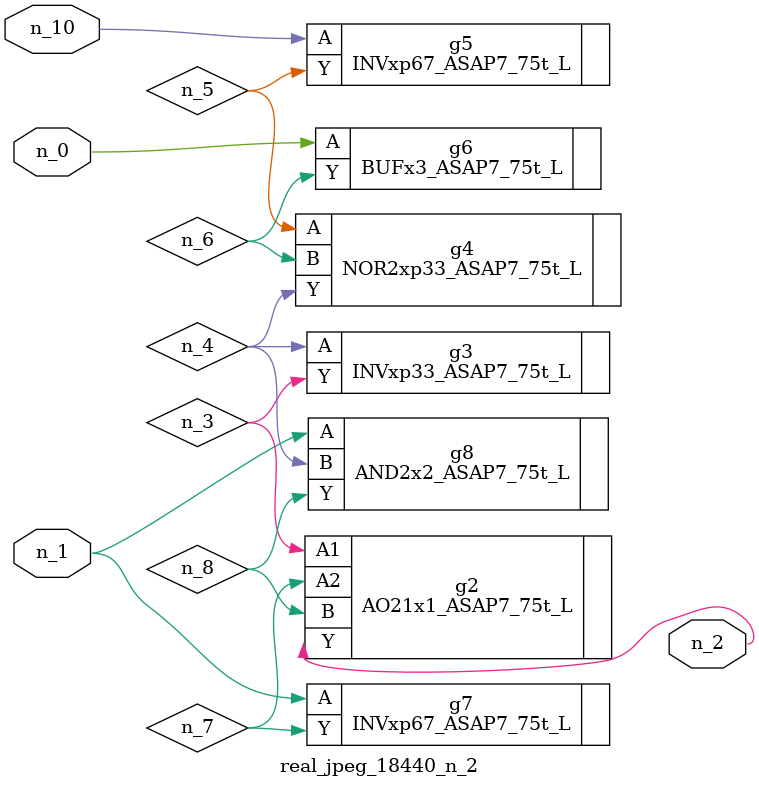
<source format=v>
module real_jpeg_18440_n_2 (n_1, n_10, n_0, n_2);

input n_1;
input n_10;
input n_0;

output n_2;

wire n_5;
wire n_4;
wire n_8;
wire n_6;
wire n_7;
wire n_3;

BUFx3_ASAP7_75t_L g6 ( 
.A(n_0),
.Y(n_6)
);

INVxp67_ASAP7_75t_L g7 ( 
.A(n_1),
.Y(n_7)
);

AND2x2_ASAP7_75t_L g8 ( 
.A(n_1),
.B(n_4),
.Y(n_8)
);

AO21x1_ASAP7_75t_L g2 ( 
.A1(n_3),
.A2(n_7),
.B(n_8),
.Y(n_2)
);

INVxp33_ASAP7_75t_L g3 ( 
.A(n_4),
.Y(n_3)
);

NOR2xp33_ASAP7_75t_L g4 ( 
.A(n_5),
.B(n_6),
.Y(n_4)
);

INVxp67_ASAP7_75t_L g5 ( 
.A(n_10),
.Y(n_5)
);


endmodule
</source>
